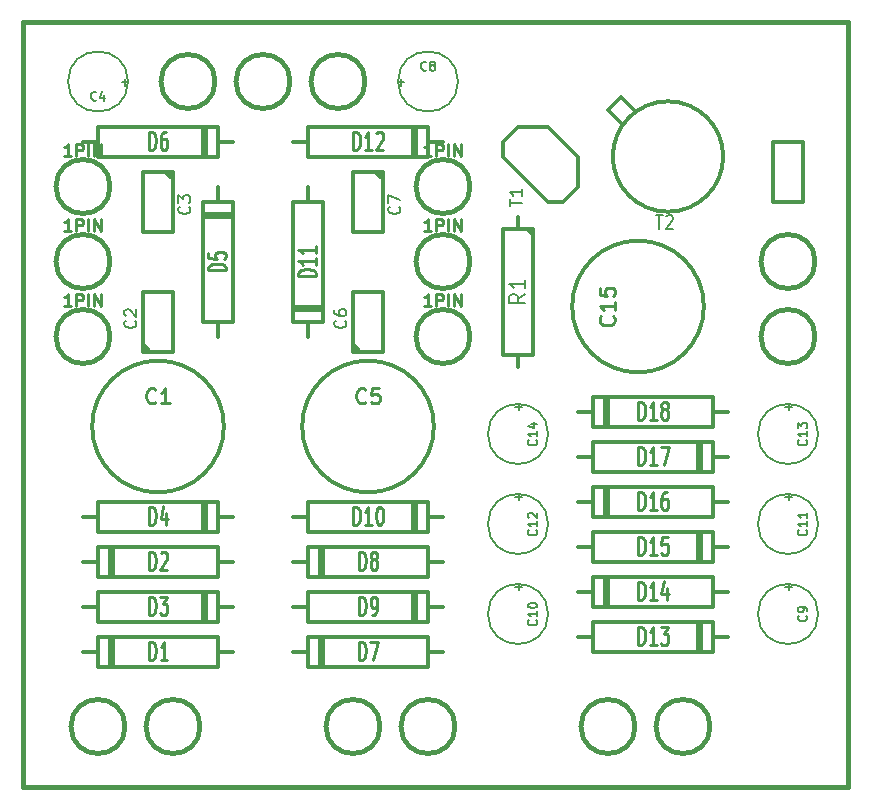
<source format=gbr>
G04 #@! TF.FileFunction,Legend,Top*
%FSLAX46Y46*%
G04 Gerber Fmt 4.6, Leading zero omitted, Abs format (unit mm)*
G04 Created by KiCad (PCBNEW 4.0.5+dfsg1-4+deb9u1) date Mon Sep 26 08:45:25 2022*
%MOMM*%
%LPD*%
G01*
G04 APERTURE LIST*
%ADD10C,0.100000*%
%ADD11C,0.381000*%
%ADD12C,0.304800*%
%ADD13C,0.127000*%
%ADD14C,0.254000*%
%ADD15C,0.203200*%
%ADD16C,0.190500*%
G04 APERTURE END LIST*
D10*
D11*
X182245000Y-68580000D02*
X112395000Y-68580000D01*
X182245000Y-92710000D02*
X182245000Y-68580000D01*
X182245000Y-133350000D02*
X182245000Y-92710000D01*
X112395000Y-133350000D02*
X182245000Y-133350000D01*
X112395000Y-68580000D02*
X112395000Y-133350000D01*
X179451000Y-95250000D02*
G75*
G03X179451000Y-95250000I-2286000J0D01*
G01*
X179451000Y-88900000D02*
G75*
G03X179451000Y-88900000I-2286000J0D01*
G01*
X128651000Y-73660000D02*
G75*
G03X128651000Y-73660000I-2286000J0D01*
G01*
X135001000Y-73660000D02*
G75*
G03X135001000Y-73660000I-2286000J0D01*
G01*
X141351000Y-73660000D02*
G75*
G03X141351000Y-73660000I-2286000J0D01*
G01*
X150241000Y-95250000D02*
G75*
G03X150241000Y-95250000I-2286000J0D01*
G01*
X150241000Y-88900000D02*
G75*
G03X150241000Y-88900000I-2286000J0D01*
G01*
X150241000Y-82550000D02*
G75*
G03X150241000Y-82550000I-2286000J0D01*
G01*
X150241000Y-82550000D02*
G75*
G03X150241000Y-82550000I-2286000J0D01*
G01*
X150241000Y-88900000D02*
G75*
G03X150241000Y-88900000I-2286000J0D01*
G01*
X150241000Y-95250000D02*
G75*
G03X150241000Y-95250000I-2286000J0D01*
G01*
X119761000Y-95250000D02*
G75*
G03X119761000Y-95250000I-2286000J0D01*
G01*
X119761000Y-88900000D02*
G75*
G03X119761000Y-88900000I-2286000J0D01*
G01*
X119761000Y-82550000D02*
G75*
G03X119761000Y-82550000I-2286000J0D01*
G01*
X119761000Y-82550000D02*
G75*
G03X119761000Y-82550000I-2286000J0D01*
G01*
X164211000Y-128270000D02*
G75*
G03X164211000Y-128270000I-2286000J0D01*
G01*
X170561000Y-128270000D02*
G75*
G03X170561000Y-128270000I-2286000J0D01*
G01*
X148971000Y-128270000D02*
G75*
G03X148971000Y-128270000I-2286000J0D01*
G01*
X142621000Y-128270000D02*
G75*
G03X142621000Y-128270000I-2286000J0D01*
G01*
X127381000Y-128270000D02*
G75*
G03X127381000Y-128270000I-2286000J0D01*
G01*
X121031000Y-128270000D02*
G75*
G03X121031000Y-128270000I-2286000J0D01*
G01*
X119761000Y-88900000D02*
G75*
G03X119761000Y-88900000I-2286000J0D01*
G01*
X119761000Y-95250000D02*
G75*
G03X119761000Y-95250000I-2286000J0D01*
G01*
D12*
X122555000Y-96469200D02*
X122555000Y-91440000D01*
X122555000Y-91440000D02*
X125095000Y-91440000D01*
X125095000Y-91440000D02*
X125095000Y-96520000D01*
X125095000Y-96520000D02*
X122555000Y-96520000D01*
X123190000Y-96520000D02*
X122555000Y-95885000D01*
X125095000Y-81330800D02*
X125095000Y-86360000D01*
X125095000Y-86360000D02*
X122555000Y-86360000D01*
X122555000Y-86360000D02*
X122555000Y-81280000D01*
X122555000Y-81280000D02*
X125095000Y-81280000D01*
X124460000Y-81280000D02*
X125095000Y-81915000D01*
X142875000Y-81330800D02*
X142875000Y-86360000D01*
X142875000Y-86360000D02*
X140335000Y-86360000D01*
X140335000Y-86360000D02*
X140335000Y-81280000D01*
X140335000Y-81280000D02*
X142875000Y-81280000D01*
X142240000Y-81280000D02*
X142875000Y-81915000D01*
X140335000Y-96469200D02*
X140335000Y-91440000D01*
X140335000Y-91440000D02*
X142875000Y-91440000D01*
X142875000Y-91440000D02*
X142875000Y-96520000D01*
X142875000Y-96520000D02*
X140335000Y-96520000D01*
X140970000Y-96520000D02*
X140335000Y-95885000D01*
D13*
X179708173Y-103505000D02*
G75*
G03X179708173Y-103505000I-2543173J0D01*
G01*
X121288173Y-73660000D02*
G75*
G03X121288173Y-73660000I-2543173J0D01*
G01*
X149228173Y-73660000D02*
G75*
G03X149228173Y-73660000I-2543173J0D01*
G01*
X179708173Y-118745000D02*
G75*
G03X179708173Y-118745000I-2543173J0D01*
G01*
X156848173Y-118745000D02*
G75*
G03X156848173Y-118745000I-2543173J0D01*
G01*
X179708173Y-111125000D02*
G75*
G03X179708173Y-111125000I-2543173J0D01*
G01*
X156848173Y-111125000D02*
G75*
G03X156848173Y-111125000I-2543173J0D01*
G01*
X156848173Y-103505000D02*
G75*
G03X156848173Y-103505000I-2543173J0D01*
G01*
D12*
X147181443Y-102870000D02*
G75*
G03X147181443Y-102870000I-5576443J0D01*
G01*
X129401443Y-102870000D02*
G75*
G03X129401443Y-102870000I-5576443J0D01*
G01*
X117475000Y-114300000D02*
X118745000Y-114300000D01*
X118745000Y-114300000D02*
X118745000Y-115570000D01*
X118745000Y-115570000D02*
X128905000Y-115570000D01*
X128905000Y-115570000D02*
X128905000Y-114300000D01*
X128905000Y-114300000D02*
X130175000Y-114300000D01*
X128905000Y-114300000D02*
X128905000Y-113030000D01*
X128905000Y-113030000D02*
X118745000Y-113030000D01*
X118745000Y-113030000D02*
X118745000Y-114300000D01*
X120015000Y-115570000D02*
X120015000Y-113030000D01*
X119761000Y-115570000D02*
X119761000Y-113030000D01*
X130175000Y-118110000D02*
X128905000Y-118110000D01*
X128905000Y-118110000D02*
X128905000Y-116840000D01*
X128905000Y-116840000D02*
X118745000Y-116840000D01*
X118745000Y-116840000D02*
X118745000Y-118110000D01*
X118745000Y-118110000D02*
X117475000Y-118110000D01*
X118745000Y-118110000D02*
X118745000Y-119380000D01*
X118745000Y-119380000D02*
X128905000Y-119380000D01*
X128905000Y-119380000D02*
X128905000Y-118110000D01*
X127635000Y-116840000D02*
X127635000Y-119380000D01*
X127889000Y-116840000D02*
X127889000Y-119380000D01*
X136525000Y-95250000D02*
X136525000Y-93980000D01*
X136525000Y-93980000D02*
X137795000Y-93980000D01*
X137795000Y-93980000D02*
X137795000Y-83820000D01*
X137795000Y-83820000D02*
X136525000Y-83820000D01*
X136525000Y-83820000D02*
X136525000Y-82550000D01*
X136525000Y-83820000D02*
X135255000Y-83820000D01*
X135255000Y-83820000D02*
X135255000Y-93980000D01*
X135255000Y-93980000D02*
X136525000Y-93980000D01*
X137795000Y-92710000D02*
X135255000Y-92710000D01*
X137795000Y-92964000D02*
X135255000Y-92964000D01*
X130175000Y-110490000D02*
X128905000Y-110490000D01*
X128905000Y-110490000D02*
X128905000Y-109220000D01*
X128905000Y-109220000D02*
X118745000Y-109220000D01*
X118745000Y-109220000D02*
X118745000Y-110490000D01*
X118745000Y-110490000D02*
X117475000Y-110490000D01*
X118745000Y-110490000D02*
X118745000Y-111760000D01*
X118745000Y-111760000D02*
X128905000Y-111760000D01*
X128905000Y-111760000D02*
X128905000Y-110490000D01*
X127635000Y-109220000D02*
X127635000Y-111760000D01*
X127889000Y-109220000D02*
X127889000Y-111760000D01*
X128905000Y-82550000D02*
X128905000Y-83820000D01*
X128905000Y-83820000D02*
X127635000Y-83820000D01*
X127635000Y-83820000D02*
X127635000Y-93980000D01*
X127635000Y-93980000D02*
X128905000Y-93980000D01*
X128905000Y-93980000D02*
X128905000Y-95250000D01*
X128905000Y-93980000D02*
X130175000Y-93980000D01*
X130175000Y-93980000D02*
X130175000Y-83820000D01*
X130175000Y-83820000D02*
X128905000Y-83820000D01*
X127635000Y-85090000D02*
X130175000Y-85090000D01*
X127635000Y-84836000D02*
X130175000Y-84836000D01*
X130175000Y-78740000D02*
X128905000Y-78740000D01*
X128905000Y-78740000D02*
X128905000Y-77470000D01*
X128905000Y-77470000D02*
X118745000Y-77470000D01*
X118745000Y-77470000D02*
X118745000Y-78740000D01*
X118745000Y-78740000D02*
X117475000Y-78740000D01*
X118745000Y-78740000D02*
X118745000Y-80010000D01*
X118745000Y-80010000D02*
X128905000Y-80010000D01*
X128905000Y-80010000D02*
X128905000Y-78740000D01*
X127635000Y-77470000D02*
X127635000Y-80010000D01*
X127889000Y-77470000D02*
X127889000Y-80010000D01*
X147955000Y-110490000D02*
X146685000Y-110490000D01*
X146685000Y-110490000D02*
X146685000Y-109220000D01*
X146685000Y-109220000D02*
X136525000Y-109220000D01*
X136525000Y-109220000D02*
X136525000Y-110490000D01*
X136525000Y-110490000D02*
X135255000Y-110490000D01*
X136525000Y-110490000D02*
X136525000Y-111760000D01*
X136525000Y-111760000D02*
X146685000Y-111760000D01*
X146685000Y-111760000D02*
X146685000Y-110490000D01*
X145415000Y-109220000D02*
X145415000Y-111760000D01*
X145669000Y-109220000D02*
X145669000Y-111760000D01*
X135255000Y-114300000D02*
X136525000Y-114300000D01*
X136525000Y-114300000D02*
X136525000Y-115570000D01*
X136525000Y-115570000D02*
X146685000Y-115570000D01*
X146685000Y-115570000D02*
X146685000Y-114300000D01*
X146685000Y-114300000D02*
X147955000Y-114300000D01*
X146685000Y-114300000D02*
X146685000Y-113030000D01*
X146685000Y-113030000D02*
X136525000Y-113030000D01*
X136525000Y-113030000D02*
X136525000Y-114300000D01*
X137795000Y-115570000D02*
X137795000Y-113030000D01*
X137541000Y-115570000D02*
X137541000Y-113030000D01*
X117475000Y-121920000D02*
X118745000Y-121920000D01*
X118745000Y-121920000D02*
X118745000Y-123190000D01*
X118745000Y-123190000D02*
X128905000Y-123190000D01*
X128905000Y-123190000D02*
X128905000Y-121920000D01*
X128905000Y-121920000D02*
X130175000Y-121920000D01*
X128905000Y-121920000D02*
X128905000Y-120650000D01*
X128905000Y-120650000D02*
X118745000Y-120650000D01*
X118745000Y-120650000D02*
X118745000Y-121920000D01*
X120015000Y-123190000D02*
X120015000Y-120650000D01*
X119761000Y-123190000D02*
X119761000Y-120650000D01*
X147955000Y-118110000D02*
X146685000Y-118110000D01*
X146685000Y-118110000D02*
X146685000Y-116840000D01*
X146685000Y-116840000D02*
X136525000Y-116840000D01*
X136525000Y-116840000D02*
X136525000Y-118110000D01*
X136525000Y-118110000D02*
X135255000Y-118110000D01*
X136525000Y-118110000D02*
X136525000Y-119380000D01*
X136525000Y-119380000D02*
X146685000Y-119380000D01*
X146685000Y-119380000D02*
X146685000Y-118110000D01*
X145415000Y-116840000D02*
X145415000Y-119380000D01*
X145669000Y-116840000D02*
X145669000Y-119380000D01*
X135255000Y-121920000D02*
X136525000Y-121920000D01*
X136525000Y-121920000D02*
X136525000Y-123190000D01*
X136525000Y-123190000D02*
X146685000Y-123190000D01*
X146685000Y-123190000D02*
X146685000Y-121920000D01*
X146685000Y-121920000D02*
X147955000Y-121920000D01*
X146685000Y-121920000D02*
X146685000Y-120650000D01*
X146685000Y-120650000D02*
X136525000Y-120650000D01*
X136525000Y-120650000D02*
X136525000Y-121920000D01*
X137795000Y-123190000D02*
X137795000Y-120650000D01*
X137541000Y-123190000D02*
X137541000Y-120650000D01*
X154305000Y-85090000D02*
X154305000Y-86106000D01*
X154305000Y-97790000D02*
X154305000Y-96774000D01*
X155575000Y-96774000D02*
X153035000Y-96774000D01*
X153035000Y-96774000D02*
X153035000Y-86106000D01*
X153035000Y-86106000D02*
X155575000Y-86106000D01*
X155575000Y-86106000D02*
X155575000Y-96774000D01*
X155067000Y-86106000D02*
X155575000Y-86614000D01*
X171678186Y-80010000D02*
G75*
G03X171678186Y-80010000I-4673186J0D01*
G01*
X163195000Y-77343000D02*
X161925000Y-76073000D01*
X164338000Y-76200000D02*
X163068000Y-74930000D01*
X163068000Y-74930000D02*
X161925000Y-76073000D01*
X153035000Y-80010000D02*
X156845000Y-83820000D01*
X156845000Y-83820000D02*
X158115000Y-83820000D01*
X158115000Y-83820000D02*
X159385000Y-82550000D01*
X159385000Y-82550000D02*
X159385000Y-80010000D01*
X159385000Y-80010000D02*
X156845000Y-77470000D01*
X156845000Y-77470000D02*
X154305000Y-77470000D01*
X154305000Y-77470000D02*
X153035000Y-78740000D01*
X153035000Y-78740000D02*
X153035000Y-80010000D01*
X172085000Y-105410000D02*
X170815000Y-105410000D01*
X170815000Y-105410000D02*
X170815000Y-104140000D01*
X170815000Y-104140000D02*
X160655000Y-104140000D01*
X160655000Y-104140000D02*
X160655000Y-105410000D01*
X160655000Y-105410000D02*
X159385000Y-105410000D01*
X160655000Y-105410000D02*
X160655000Y-106680000D01*
X160655000Y-106680000D02*
X170815000Y-106680000D01*
X170815000Y-106680000D02*
X170815000Y-105410000D01*
X169545000Y-104140000D02*
X169545000Y-106680000D01*
X169799000Y-104140000D02*
X169799000Y-106680000D01*
X159385000Y-109220000D02*
X160655000Y-109220000D01*
X160655000Y-109220000D02*
X160655000Y-110490000D01*
X160655000Y-110490000D02*
X170815000Y-110490000D01*
X170815000Y-110490000D02*
X170815000Y-109220000D01*
X170815000Y-109220000D02*
X172085000Y-109220000D01*
X170815000Y-109220000D02*
X170815000Y-107950000D01*
X170815000Y-107950000D02*
X160655000Y-107950000D01*
X160655000Y-107950000D02*
X160655000Y-109220000D01*
X161925000Y-110490000D02*
X161925000Y-107950000D01*
X161671000Y-110490000D02*
X161671000Y-107950000D01*
X172085000Y-113030000D02*
X170815000Y-113030000D01*
X170815000Y-113030000D02*
X170815000Y-111760000D01*
X170815000Y-111760000D02*
X160655000Y-111760000D01*
X160655000Y-111760000D02*
X160655000Y-113030000D01*
X160655000Y-113030000D02*
X159385000Y-113030000D01*
X160655000Y-113030000D02*
X160655000Y-114300000D01*
X160655000Y-114300000D02*
X170815000Y-114300000D01*
X170815000Y-114300000D02*
X170815000Y-113030000D01*
X169545000Y-111760000D02*
X169545000Y-114300000D01*
X169799000Y-111760000D02*
X169799000Y-114300000D01*
X159385000Y-116840000D02*
X160655000Y-116840000D01*
X160655000Y-116840000D02*
X160655000Y-118110000D01*
X160655000Y-118110000D02*
X170815000Y-118110000D01*
X170815000Y-118110000D02*
X170815000Y-116840000D01*
X170815000Y-116840000D02*
X172085000Y-116840000D01*
X170815000Y-116840000D02*
X170815000Y-115570000D01*
X170815000Y-115570000D02*
X160655000Y-115570000D01*
X160655000Y-115570000D02*
X160655000Y-116840000D01*
X161925000Y-118110000D02*
X161925000Y-115570000D01*
X161671000Y-118110000D02*
X161671000Y-115570000D01*
X172085000Y-120650000D02*
X170815000Y-120650000D01*
X170815000Y-120650000D02*
X170815000Y-119380000D01*
X170815000Y-119380000D02*
X160655000Y-119380000D01*
X160655000Y-119380000D02*
X160655000Y-120650000D01*
X160655000Y-120650000D02*
X159385000Y-120650000D01*
X160655000Y-120650000D02*
X160655000Y-121920000D01*
X160655000Y-121920000D02*
X170815000Y-121920000D01*
X170815000Y-121920000D02*
X170815000Y-120650000D01*
X169545000Y-119380000D02*
X169545000Y-121920000D01*
X169799000Y-119380000D02*
X169799000Y-121920000D01*
X147955000Y-78740000D02*
X146685000Y-78740000D01*
X146685000Y-78740000D02*
X146685000Y-77470000D01*
X146685000Y-77470000D02*
X136525000Y-77470000D01*
X136525000Y-77470000D02*
X136525000Y-78740000D01*
X136525000Y-78740000D02*
X135255000Y-78740000D01*
X136525000Y-78740000D02*
X136525000Y-80010000D01*
X136525000Y-80010000D02*
X146685000Y-80010000D01*
X146685000Y-80010000D02*
X146685000Y-78740000D01*
X145415000Y-77470000D02*
X145415000Y-80010000D01*
X145669000Y-77470000D02*
X145669000Y-80010000D01*
X159385000Y-101600000D02*
X160655000Y-101600000D01*
X160655000Y-101600000D02*
X160655000Y-102870000D01*
X160655000Y-102870000D02*
X170815000Y-102870000D01*
X170815000Y-102870000D02*
X170815000Y-101600000D01*
X170815000Y-101600000D02*
X172085000Y-101600000D01*
X170815000Y-101600000D02*
X170815000Y-100330000D01*
X170815000Y-100330000D02*
X160655000Y-100330000D01*
X160655000Y-100330000D02*
X160655000Y-101600000D01*
X161925000Y-102870000D02*
X161925000Y-100330000D01*
X161671000Y-102870000D02*
X161671000Y-100330000D01*
X170041443Y-92710000D02*
G75*
G03X170041443Y-92710000I-5576443J0D01*
G01*
X178435000Y-83820000D02*
X175895000Y-83820000D01*
X175895000Y-83820000D02*
X175895000Y-78740000D01*
X175895000Y-78740000D02*
X178435000Y-78740000D01*
X178435000Y-78740000D02*
X178435000Y-83820000D01*
D14*
X146963190Y-92661619D02*
X146382619Y-92661619D01*
X146672905Y-92661619D02*
X146672905Y-91645619D01*
X146576143Y-91790762D01*
X146479381Y-91887524D01*
X146382619Y-91935905D01*
X147398619Y-92661619D02*
X147398619Y-91645619D01*
X147785666Y-91645619D01*
X147882428Y-91694000D01*
X147930809Y-91742381D01*
X147979190Y-91839143D01*
X147979190Y-91984286D01*
X147930809Y-92081048D01*
X147882428Y-92129429D01*
X147785666Y-92177810D01*
X147398619Y-92177810D01*
X148414619Y-92661619D02*
X148414619Y-91645619D01*
X148898429Y-92661619D02*
X148898429Y-91645619D01*
X149479000Y-92661619D01*
X149479000Y-91645619D01*
X146963190Y-86311619D02*
X146382619Y-86311619D01*
X146672905Y-86311619D02*
X146672905Y-85295619D01*
X146576143Y-85440762D01*
X146479381Y-85537524D01*
X146382619Y-85585905D01*
X147398619Y-86311619D02*
X147398619Y-85295619D01*
X147785666Y-85295619D01*
X147882428Y-85344000D01*
X147930809Y-85392381D01*
X147979190Y-85489143D01*
X147979190Y-85634286D01*
X147930809Y-85731048D01*
X147882428Y-85779429D01*
X147785666Y-85827810D01*
X147398619Y-85827810D01*
X148414619Y-86311619D02*
X148414619Y-85295619D01*
X148898429Y-86311619D02*
X148898429Y-85295619D01*
X149479000Y-86311619D01*
X149479000Y-85295619D01*
X146963190Y-79961619D02*
X146382619Y-79961619D01*
X146672905Y-79961619D02*
X146672905Y-78945619D01*
X146576143Y-79090762D01*
X146479381Y-79187524D01*
X146382619Y-79235905D01*
X147398619Y-79961619D02*
X147398619Y-78945619D01*
X147785666Y-78945619D01*
X147882428Y-78994000D01*
X147930809Y-79042381D01*
X147979190Y-79139143D01*
X147979190Y-79284286D01*
X147930809Y-79381048D01*
X147882428Y-79429429D01*
X147785666Y-79477810D01*
X147398619Y-79477810D01*
X148414619Y-79961619D02*
X148414619Y-78945619D01*
X148898429Y-79961619D02*
X148898429Y-78945619D01*
X149479000Y-79961619D01*
X149479000Y-78945619D01*
X146963190Y-79961619D02*
X146382619Y-79961619D01*
X146672905Y-79961619D02*
X146672905Y-78945619D01*
X146576143Y-79090762D01*
X146479381Y-79187524D01*
X146382619Y-79235905D01*
X147398619Y-79961619D02*
X147398619Y-78945619D01*
X147785666Y-78945619D01*
X147882428Y-78994000D01*
X147930809Y-79042381D01*
X147979190Y-79139143D01*
X147979190Y-79284286D01*
X147930809Y-79381048D01*
X147882428Y-79429429D01*
X147785666Y-79477810D01*
X147398619Y-79477810D01*
X148414619Y-79961619D02*
X148414619Y-78945619D01*
X148898429Y-79961619D02*
X148898429Y-78945619D01*
X149479000Y-79961619D01*
X149479000Y-78945619D01*
X146963190Y-86311619D02*
X146382619Y-86311619D01*
X146672905Y-86311619D02*
X146672905Y-85295619D01*
X146576143Y-85440762D01*
X146479381Y-85537524D01*
X146382619Y-85585905D01*
X147398619Y-86311619D02*
X147398619Y-85295619D01*
X147785666Y-85295619D01*
X147882428Y-85344000D01*
X147930809Y-85392381D01*
X147979190Y-85489143D01*
X147979190Y-85634286D01*
X147930809Y-85731048D01*
X147882428Y-85779429D01*
X147785666Y-85827810D01*
X147398619Y-85827810D01*
X148414619Y-86311619D02*
X148414619Y-85295619D01*
X148898429Y-86311619D02*
X148898429Y-85295619D01*
X149479000Y-86311619D01*
X149479000Y-85295619D01*
X146963190Y-92661619D02*
X146382619Y-92661619D01*
X146672905Y-92661619D02*
X146672905Y-91645619D01*
X146576143Y-91790762D01*
X146479381Y-91887524D01*
X146382619Y-91935905D01*
X147398619Y-92661619D02*
X147398619Y-91645619D01*
X147785666Y-91645619D01*
X147882428Y-91694000D01*
X147930809Y-91742381D01*
X147979190Y-91839143D01*
X147979190Y-91984286D01*
X147930809Y-92081048D01*
X147882428Y-92129429D01*
X147785666Y-92177810D01*
X147398619Y-92177810D01*
X148414619Y-92661619D02*
X148414619Y-91645619D01*
X148898429Y-92661619D02*
X148898429Y-91645619D01*
X149479000Y-92661619D01*
X149479000Y-91645619D01*
X116483190Y-92661619D02*
X115902619Y-92661619D01*
X116192905Y-92661619D02*
X116192905Y-91645619D01*
X116096143Y-91790762D01*
X115999381Y-91887524D01*
X115902619Y-91935905D01*
X116918619Y-92661619D02*
X116918619Y-91645619D01*
X117305666Y-91645619D01*
X117402428Y-91694000D01*
X117450809Y-91742381D01*
X117499190Y-91839143D01*
X117499190Y-91984286D01*
X117450809Y-92081048D01*
X117402428Y-92129429D01*
X117305666Y-92177810D01*
X116918619Y-92177810D01*
X117934619Y-92661619D02*
X117934619Y-91645619D01*
X118418429Y-92661619D02*
X118418429Y-91645619D01*
X118999000Y-92661619D01*
X118999000Y-91645619D01*
X116483190Y-86311619D02*
X115902619Y-86311619D01*
X116192905Y-86311619D02*
X116192905Y-85295619D01*
X116096143Y-85440762D01*
X115999381Y-85537524D01*
X115902619Y-85585905D01*
X116918619Y-86311619D02*
X116918619Y-85295619D01*
X117305666Y-85295619D01*
X117402428Y-85344000D01*
X117450809Y-85392381D01*
X117499190Y-85489143D01*
X117499190Y-85634286D01*
X117450809Y-85731048D01*
X117402428Y-85779429D01*
X117305666Y-85827810D01*
X116918619Y-85827810D01*
X117934619Y-86311619D02*
X117934619Y-85295619D01*
X118418429Y-86311619D02*
X118418429Y-85295619D01*
X118999000Y-86311619D01*
X118999000Y-85295619D01*
X116483190Y-79961619D02*
X115902619Y-79961619D01*
X116192905Y-79961619D02*
X116192905Y-78945619D01*
X116096143Y-79090762D01*
X115999381Y-79187524D01*
X115902619Y-79235905D01*
X116918619Y-79961619D02*
X116918619Y-78945619D01*
X117305666Y-78945619D01*
X117402428Y-78994000D01*
X117450809Y-79042381D01*
X117499190Y-79139143D01*
X117499190Y-79284286D01*
X117450809Y-79381048D01*
X117402428Y-79429429D01*
X117305666Y-79477810D01*
X116918619Y-79477810D01*
X117934619Y-79961619D02*
X117934619Y-78945619D01*
X118418429Y-79961619D02*
X118418429Y-78945619D01*
X118999000Y-79961619D01*
X118999000Y-78945619D01*
X116483190Y-79961619D02*
X115902619Y-79961619D01*
X116192905Y-79961619D02*
X116192905Y-78945619D01*
X116096143Y-79090762D01*
X115999381Y-79187524D01*
X115902619Y-79235905D01*
X116918619Y-79961619D02*
X116918619Y-78945619D01*
X117305666Y-78945619D01*
X117402428Y-78994000D01*
X117450809Y-79042381D01*
X117499190Y-79139143D01*
X117499190Y-79284286D01*
X117450809Y-79381048D01*
X117402428Y-79429429D01*
X117305666Y-79477810D01*
X116918619Y-79477810D01*
X117934619Y-79961619D02*
X117934619Y-78945619D01*
X118418429Y-79961619D02*
X118418429Y-78945619D01*
X118999000Y-79961619D01*
X118999000Y-78945619D01*
X116483190Y-86311619D02*
X115902619Y-86311619D01*
X116192905Y-86311619D02*
X116192905Y-85295619D01*
X116096143Y-85440762D01*
X115999381Y-85537524D01*
X115902619Y-85585905D01*
X116918619Y-86311619D02*
X116918619Y-85295619D01*
X117305666Y-85295619D01*
X117402428Y-85344000D01*
X117450809Y-85392381D01*
X117499190Y-85489143D01*
X117499190Y-85634286D01*
X117450809Y-85731048D01*
X117402428Y-85779429D01*
X117305666Y-85827810D01*
X116918619Y-85827810D01*
X117934619Y-86311619D02*
X117934619Y-85295619D01*
X118418429Y-86311619D02*
X118418429Y-85295619D01*
X118999000Y-86311619D01*
X118999000Y-85295619D01*
X116483190Y-92661619D02*
X115902619Y-92661619D01*
X116192905Y-92661619D02*
X116192905Y-91645619D01*
X116096143Y-91790762D01*
X115999381Y-91887524D01*
X115902619Y-91935905D01*
X116918619Y-92661619D02*
X116918619Y-91645619D01*
X117305666Y-91645619D01*
X117402428Y-91694000D01*
X117450809Y-91742381D01*
X117499190Y-91839143D01*
X117499190Y-91984286D01*
X117450809Y-92081048D01*
X117402428Y-92129429D01*
X117305666Y-92177810D01*
X116918619Y-92177810D01*
X117934619Y-92661619D02*
X117934619Y-91645619D01*
X118418429Y-92661619D02*
X118418429Y-91645619D01*
X118999000Y-92661619D01*
X118999000Y-91645619D01*
D15*
X121901857Y-93895333D02*
X121950238Y-93943714D01*
X121998619Y-94088857D01*
X121998619Y-94185619D01*
X121950238Y-94330761D01*
X121853476Y-94427523D01*
X121756714Y-94475904D01*
X121563190Y-94524285D01*
X121418048Y-94524285D01*
X121224524Y-94475904D01*
X121127762Y-94427523D01*
X121031000Y-94330761D01*
X120982619Y-94185619D01*
X120982619Y-94088857D01*
X121031000Y-93943714D01*
X121079381Y-93895333D01*
X121079381Y-93508285D02*
X121031000Y-93459904D01*
X120982619Y-93363142D01*
X120982619Y-93121238D01*
X121031000Y-93024476D01*
X121079381Y-92976095D01*
X121176143Y-92927714D01*
X121272905Y-92927714D01*
X121418048Y-92976095D01*
X121998619Y-93556666D01*
X121998619Y-92927714D01*
X126473857Y-84243333D02*
X126522238Y-84291714D01*
X126570619Y-84436857D01*
X126570619Y-84533619D01*
X126522238Y-84678761D01*
X126425476Y-84775523D01*
X126328714Y-84823904D01*
X126135190Y-84872285D01*
X125990048Y-84872285D01*
X125796524Y-84823904D01*
X125699762Y-84775523D01*
X125603000Y-84678761D01*
X125554619Y-84533619D01*
X125554619Y-84436857D01*
X125603000Y-84291714D01*
X125651381Y-84243333D01*
X125554619Y-83904666D02*
X125554619Y-83275714D01*
X125941667Y-83614380D01*
X125941667Y-83469238D01*
X125990048Y-83372476D01*
X126038429Y-83324095D01*
X126135190Y-83275714D01*
X126377095Y-83275714D01*
X126473857Y-83324095D01*
X126522238Y-83372476D01*
X126570619Y-83469238D01*
X126570619Y-83759523D01*
X126522238Y-83856285D01*
X126473857Y-83904666D01*
X144253857Y-84243333D02*
X144302238Y-84291714D01*
X144350619Y-84436857D01*
X144350619Y-84533619D01*
X144302238Y-84678761D01*
X144205476Y-84775523D01*
X144108714Y-84823904D01*
X143915190Y-84872285D01*
X143770048Y-84872285D01*
X143576524Y-84823904D01*
X143479762Y-84775523D01*
X143383000Y-84678761D01*
X143334619Y-84533619D01*
X143334619Y-84436857D01*
X143383000Y-84291714D01*
X143431381Y-84243333D01*
X143334619Y-83904666D02*
X143334619Y-83227333D01*
X144350619Y-83662761D01*
X139681857Y-93895333D02*
X139730238Y-93943714D01*
X139778619Y-94088857D01*
X139778619Y-94185619D01*
X139730238Y-94330761D01*
X139633476Y-94427523D01*
X139536714Y-94475904D01*
X139343190Y-94524285D01*
X139198048Y-94524285D01*
X139004524Y-94475904D01*
X138907762Y-94427523D01*
X138811000Y-94330761D01*
X138762619Y-94185619D01*
X138762619Y-94088857D01*
X138811000Y-93943714D01*
X138859381Y-93895333D01*
X138762619Y-93024476D02*
X138762619Y-93217999D01*
X138811000Y-93314761D01*
X138859381Y-93363142D01*
X139004524Y-93459904D01*
X139198048Y-93508285D01*
X139585095Y-93508285D01*
X139681857Y-93459904D01*
X139730238Y-93411523D01*
X139778619Y-93314761D01*
X139778619Y-93121238D01*
X139730238Y-93024476D01*
X139681857Y-92976095D01*
X139585095Y-92927714D01*
X139343190Y-92927714D01*
X139246429Y-92976095D01*
X139198048Y-93024476D01*
X139149667Y-93121238D01*
X139149667Y-93314761D01*
X139198048Y-93411523D01*
X139246429Y-93459904D01*
X139343190Y-93508285D01*
D13*
X178704603Y-103994857D02*
X178740889Y-104031143D01*
X178777174Y-104140000D01*
X178777174Y-104212571D01*
X178740889Y-104321428D01*
X178668317Y-104394000D01*
X178595746Y-104430285D01*
X178450603Y-104466571D01*
X178341746Y-104466571D01*
X178196603Y-104430285D01*
X178124031Y-104394000D01*
X178051460Y-104321428D01*
X178015174Y-104212571D01*
X178015174Y-104140000D01*
X178051460Y-104031143D01*
X178087746Y-103994857D01*
X178777174Y-103269143D02*
X178777174Y-103704571D01*
X178777174Y-103486857D02*
X178015174Y-103486857D01*
X178124031Y-103559428D01*
X178196603Y-103632000D01*
X178232889Y-103704571D01*
X178015174Y-103015143D02*
X178015174Y-102543429D01*
X178305460Y-102797429D01*
X178305460Y-102688571D01*
X178341746Y-102616000D01*
X178378031Y-102579714D01*
X178450603Y-102543429D01*
X178632031Y-102543429D01*
X178704603Y-102579714D01*
X178740889Y-102616000D01*
X178777174Y-102688571D01*
X178777174Y-102906286D01*
X178740889Y-102978857D01*
X178704603Y-103015143D01*
D16*
X177219429Y-101509285D02*
X177219429Y-100928714D01*
X177509714Y-101219000D02*
X176929143Y-101219000D01*
D13*
X118618000Y-75199603D02*
X118581714Y-75235889D01*
X118472857Y-75272174D01*
X118400286Y-75272174D01*
X118291429Y-75235889D01*
X118218857Y-75163317D01*
X118182572Y-75090746D01*
X118146286Y-74945603D01*
X118146286Y-74836746D01*
X118182572Y-74691603D01*
X118218857Y-74619031D01*
X118291429Y-74546460D01*
X118400286Y-74510174D01*
X118472857Y-74510174D01*
X118581714Y-74546460D01*
X118618000Y-74582746D01*
X119271143Y-74764174D02*
X119271143Y-75272174D01*
X119089714Y-74473889D02*
X118908286Y-75018174D01*
X119380000Y-75018174D01*
D16*
X120740715Y-73714429D02*
X121321286Y-73714429D01*
X121031000Y-74004714D02*
X121031000Y-73424143D01*
D13*
X146558000Y-72664683D02*
X146521714Y-72700969D01*
X146412857Y-72737254D01*
X146340286Y-72737254D01*
X146231429Y-72700969D01*
X146158857Y-72628397D01*
X146122572Y-72555826D01*
X146086286Y-72410683D01*
X146086286Y-72301826D01*
X146122572Y-72156683D01*
X146158857Y-72084111D01*
X146231429Y-72011540D01*
X146340286Y-71975254D01*
X146412857Y-71975254D01*
X146521714Y-72011540D01*
X146558000Y-72047826D01*
X146993429Y-72301826D02*
X146920857Y-72265540D01*
X146884572Y-72229254D01*
X146848286Y-72156683D01*
X146848286Y-72120397D01*
X146884572Y-72047826D01*
X146920857Y-72011540D01*
X146993429Y-71975254D01*
X147138572Y-71975254D01*
X147211143Y-72011540D01*
X147247429Y-72047826D01*
X147283714Y-72120397D01*
X147283714Y-72156683D01*
X147247429Y-72229254D01*
X147211143Y-72265540D01*
X147138572Y-72301826D01*
X146993429Y-72301826D01*
X146920857Y-72338111D01*
X146884572Y-72374397D01*
X146848286Y-72446969D01*
X146848286Y-72592111D01*
X146884572Y-72664683D01*
X146920857Y-72700969D01*
X146993429Y-72737254D01*
X147138572Y-72737254D01*
X147211143Y-72700969D01*
X147247429Y-72664683D01*
X147283714Y-72592111D01*
X147283714Y-72446969D01*
X147247429Y-72374397D01*
X147211143Y-72338111D01*
X147138572Y-72301826D01*
D16*
X144108715Y-73714429D02*
X144689286Y-73714429D01*
X144399000Y-74004714D02*
X144399000Y-73424143D01*
D13*
X178704603Y-118872000D02*
X178740889Y-118908286D01*
X178777174Y-119017143D01*
X178777174Y-119089714D01*
X178740889Y-119198571D01*
X178668317Y-119271143D01*
X178595746Y-119307428D01*
X178450603Y-119343714D01*
X178341746Y-119343714D01*
X178196603Y-119307428D01*
X178124031Y-119271143D01*
X178051460Y-119198571D01*
X178015174Y-119089714D01*
X178015174Y-119017143D01*
X178051460Y-118908286D01*
X178087746Y-118872000D01*
X178777174Y-118509143D02*
X178777174Y-118364000D01*
X178740889Y-118291428D01*
X178704603Y-118255143D01*
X178595746Y-118182571D01*
X178450603Y-118146286D01*
X178160317Y-118146286D01*
X178087746Y-118182571D01*
X178051460Y-118218857D01*
X178015174Y-118291428D01*
X178015174Y-118436571D01*
X178051460Y-118509143D01*
X178087746Y-118545428D01*
X178160317Y-118581714D01*
X178341746Y-118581714D01*
X178414317Y-118545428D01*
X178450603Y-118509143D01*
X178486889Y-118436571D01*
X178486889Y-118291428D01*
X178450603Y-118218857D01*
X178414317Y-118182571D01*
X178341746Y-118146286D01*
D16*
X177219429Y-116749285D02*
X177219429Y-116168714D01*
X177509714Y-116459000D02*
X176929143Y-116459000D01*
D13*
X155844603Y-119234857D02*
X155880889Y-119271143D01*
X155917174Y-119380000D01*
X155917174Y-119452571D01*
X155880889Y-119561428D01*
X155808317Y-119634000D01*
X155735746Y-119670285D01*
X155590603Y-119706571D01*
X155481746Y-119706571D01*
X155336603Y-119670285D01*
X155264031Y-119634000D01*
X155191460Y-119561428D01*
X155155174Y-119452571D01*
X155155174Y-119380000D01*
X155191460Y-119271143D01*
X155227746Y-119234857D01*
X155917174Y-118509143D02*
X155917174Y-118944571D01*
X155917174Y-118726857D02*
X155155174Y-118726857D01*
X155264031Y-118799428D01*
X155336603Y-118872000D01*
X155372889Y-118944571D01*
X155155174Y-118037429D02*
X155155174Y-117964857D01*
X155191460Y-117892286D01*
X155227746Y-117856000D01*
X155300317Y-117819714D01*
X155445460Y-117783429D01*
X155626889Y-117783429D01*
X155772031Y-117819714D01*
X155844603Y-117856000D01*
X155880889Y-117892286D01*
X155917174Y-117964857D01*
X155917174Y-118037429D01*
X155880889Y-118110000D01*
X155844603Y-118146286D01*
X155772031Y-118182571D01*
X155626889Y-118218857D01*
X155445460Y-118218857D01*
X155300317Y-118182571D01*
X155227746Y-118146286D01*
X155191460Y-118110000D01*
X155155174Y-118037429D01*
D16*
X154359429Y-116749285D02*
X154359429Y-116168714D01*
X154649714Y-116459000D02*
X154069143Y-116459000D01*
D13*
X178704603Y-111614857D02*
X178740889Y-111651143D01*
X178777174Y-111760000D01*
X178777174Y-111832571D01*
X178740889Y-111941428D01*
X178668317Y-112014000D01*
X178595746Y-112050285D01*
X178450603Y-112086571D01*
X178341746Y-112086571D01*
X178196603Y-112050285D01*
X178124031Y-112014000D01*
X178051460Y-111941428D01*
X178015174Y-111832571D01*
X178015174Y-111760000D01*
X178051460Y-111651143D01*
X178087746Y-111614857D01*
X178777174Y-110889143D02*
X178777174Y-111324571D01*
X178777174Y-111106857D02*
X178015174Y-111106857D01*
X178124031Y-111179428D01*
X178196603Y-111252000D01*
X178232889Y-111324571D01*
X178777174Y-110163429D02*
X178777174Y-110598857D01*
X178777174Y-110381143D02*
X178015174Y-110381143D01*
X178124031Y-110453714D01*
X178196603Y-110526286D01*
X178232889Y-110598857D01*
D16*
X177219429Y-109129285D02*
X177219429Y-108548714D01*
X177509714Y-108839000D02*
X176929143Y-108839000D01*
D13*
X155844603Y-111614857D02*
X155880889Y-111651143D01*
X155917174Y-111760000D01*
X155917174Y-111832571D01*
X155880889Y-111941428D01*
X155808317Y-112014000D01*
X155735746Y-112050285D01*
X155590603Y-112086571D01*
X155481746Y-112086571D01*
X155336603Y-112050285D01*
X155264031Y-112014000D01*
X155191460Y-111941428D01*
X155155174Y-111832571D01*
X155155174Y-111760000D01*
X155191460Y-111651143D01*
X155227746Y-111614857D01*
X155917174Y-110889143D02*
X155917174Y-111324571D01*
X155917174Y-111106857D02*
X155155174Y-111106857D01*
X155264031Y-111179428D01*
X155336603Y-111252000D01*
X155372889Y-111324571D01*
X155227746Y-110598857D02*
X155191460Y-110562571D01*
X155155174Y-110490000D01*
X155155174Y-110308571D01*
X155191460Y-110236000D01*
X155227746Y-110199714D01*
X155300317Y-110163429D01*
X155372889Y-110163429D01*
X155481746Y-110199714D01*
X155917174Y-110635143D01*
X155917174Y-110163429D01*
D16*
X154359429Y-109129285D02*
X154359429Y-108548714D01*
X154649714Y-108839000D02*
X154069143Y-108839000D01*
D13*
X155844603Y-103994857D02*
X155880889Y-104031143D01*
X155917174Y-104140000D01*
X155917174Y-104212571D01*
X155880889Y-104321428D01*
X155808317Y-104394000D01*
X155735746Y-104430285D01*
X155590603Y-104466571D01*
X155481746Y-104466571D01*
X155336603Y-104430285D01*
X155264031Y-104394000D01*
X155191460Y-104321428D01*
X155155174Y-104212571D01*
X155155174Y-104140000D01*
X155191460Y-104031143D01*
X155227746Y-103994857D01*
X155917174Y-103269143D02*
X155917174Y-103704571D01*
X155917174Y-103486857D02*
X155155174Y-103486857D01*
X155264031Y-103559428D01*
X155336603Y-103632000D01*
X155372889Y-103704571D01*
X155409174Y-102616000D02*
X155917174Y-102616000D01*
X155118889Y-102797429D02*
X155663174Y-102978857D01*
X155663174Y-102507143D01*
D16*
X154359429Y-101509285D02*
X154359429Y-100928714D01*
X154649714Y-101219000D02*
X154069143Y-101219000D01*
D14*
X141393333Y-100783571D02*
X141332857Y-100844048D01*
X141151428Y-100904524D01*
X141030476Y-100904524D01*
X140849048Y-100844048D01*
X140728095Y-100723095D01*
X140667619Y-100602143D01*
X140607143Y-100360238D01*
X140607143Y-100178810D01*
X140667619Y-99936905D01*
X140728095Y-99815952D01*
X140849048Y-99695000D01*
X141030476Y-99634524D01*
X141151428Y-99634524D01*
X141332857Y-99695000D01*
X141393333Y-99755476D01*
X142542381Y-99634524D02*
X141937619Y-99634524D01*
X141877143Y-100239286D01*
X141937619Y-100178810D01*
X142058571Y-100118333D01*
X142360952Y-100118333D01*
X142481905Y-100178810D01*
X142542381Y-100239286D01*
X142602857Y-100360238D01*
X142602857Y-100662619D01*
X142542381Y-100783571D01*
X142481905Y-100844048D01*
X142360952Y-100904524D01*
X142058571Y-100904524D01*
X141937619Y-100844048D01*
X141877143Y-100783571D01*
X123613333Y-100783571D02*
X123552857Y-100844048D01*
X123371428Y-100904524D01*
X123250476Y-100904524D01*
X123069048Y-100844048D01*
X122948095Y-100723095D01*
X122887619Y-100602143D01*
X122827143Y-100360238D01*
X122827143Y-100178810D01*
X122887619Y-99936905D01*
X122948095Y-99815952D01*
X123069048Y-99695000D01*
X123250476Y-99634524D01*
X123371428Y-99634524D01*
X123552857Y-99695000D01*
X123613333Y-99755476D01*
X124822857Y-100904524D02*
X124097143Y-100904524D01*
X124460000Y-100904524D02*
X124460000Y-99634524D01*
X124339048Y-99815952D01*
X124218095Y-99936905D01*
X124097143Y-99997381D01*
X123075096Y-114989429D02*
X123075096Y-113465429D01*
X123317001Y-113465429D01*
X123462143Y-113538000D01*
X123558905Y-113683143D01*
X123607286Y-113828286D01*
X123655667Y-114118571D01*
X123655667Y-114336286D01*
X123607286Y-114626571D01*
X123558905Y-114771714D01*
X123462143Y-114916857D01*
X123317001Y-114989429D01*
X123075096Y-114989429D01*
X124042715Y-113610571D02*
X124091096Y-113538000D01*
X124187858Y-113465429D01*
X124429762Y-113465429D01*
X124526524Y-113538000D01*
X124574905Y-113610571D01*
X124623286Y-113755714D01*
X124623286Y-113900857D01*
X124574905Y-114118571D01*
X123994334Y-114989429D01*
X124623286Y-114989429D01*
X123075096Y-118799429D02*
X123075096Y-117275429D01*
X123317001Y-117275429D01*
X123462143Y-117348000D01*
X123558905Y-117493143D01*
X123607286Y-117638286D01*
X123655667Y-117928571D01*
X123655667Y-118146286D01*
X123607286Y-118436571D01*
X123558905Y-118581714D01*
X123462143Y-118726857D01*
X123317001Y-118799429D01*
X123075096Y-118799429D01*
X123994334Y-117275429D02*
X124623286Y-117275429D01*
X124284620Y-117856000D01*
X124429762Y-117856000D01*
X124526524Y-117928571D01*
X124574905Y-118001143D01*
X124623286Y-118146286D01*
X124623286Y-118509143D01*
X124574905Y-118654286D01*
X124526524Y-118726857D01*
X124429762Y-118799429D01*
X124139477Y-118799429D01*
X124042715Y-118726857D01*
X123994334Y-118654286D01*
X137214429Y-90133714D02*
X135690429Y-90133714D01*
X135690429Y-89891809D01*
X135763000Y-89746667D01*
X135908143Y-89649905D01*
X136053286Y-89601524D01*
X136343571Y-89553143D01*
X136561286Y-89553143D01*
X136851571Y-89601524D01*
X136996714Y-89649905D01*
X137141857Y-89746667D01*
X137214429Y-89891809D01*
X137214429Y-90133714D01*
X137214429Y-88585524D02*
X137214429Y-89166095D01*
X137214429Y-88875809D02*
X135690429Y-88875809D01*
X135908143Y-88972571D01*
X136053286Y-89069333D01*
X136125857Y-89166095D01*
X137214429Y-87617905D02*
X137214429Y-88198476D01*
X137214429Y-87908190D02*
X135690429Y-87908190D01*
X135908143Y-88004952D01*
X136053286Y-88101714D01*
X136125857Y-88198476D01*
X123075096Y-111179429D02*
X123075096Y-109655429D01*
X123317001Y-109655429D01*
X123462143Y-109728000D01*
X123558905Y-109873143D01*
X123607286Y-110018286D01*
X123655667Y-110308571D01*
X123655667Y-110526286D01*
X123607286Y-110816571D01*
X123558905Y-110961714D01*
X123462143Y-111106857D01*
X123317001Y-111179429D01*
X123075096Y-111179429D01*
X124526524Y-110163429D02*
X124526524Y-111179429D01*
X124284620Y-109582857D02*
X124042715Y-110671429D01*
X124671667Y-110671429D01*
X129594429Y-89649904D02*
X128070429Y-89649904D01*
X128070429Y-89407999D01*
X128143000Y-89262857D01*
X128288143Y-89166095D01*
X128433286Y-89117714D01*
X128723571Y-89069333D01*
X128941286Y-89069333D01*
X129231571Y-89117714D01*
X129376714Y-89166095D01*
X129521857Y-89262857D01*
X129594429Y-89407999D01*
X129594429Y-89649904D01*
X128070429Y-88150095D02*
X128070429Y-88633904D01*
X128796143Y-88682285D01*
X128723571Y-88633904D01*
X128651000Y-88537142D01*
X128651000Y-88295238D01*
X128723571Y-88198476D01*
X128796143Y-88150095D01*
X128941286Y-88101714D01*
X129304143Y-88101714D01*
X129449286Y-88150095D01*
X129521857Y-88198476D01*
X129594429Y-88295238D01*
X129594429Y-88537142D01*
X129521857Y-88633904D01*
X129449286Y-88682285D01*
X123075096Y-79429429D02*
X123075096Y-77905429D01*
X123317001Y-77905429D01*
X123462143Y-77978000D01*
X123558905Y-78123143D01*
X123607286Y-78268286D01*
X123655667Y-78558571D01*
X123655667Y-78776286D01*
X123607286Y-79066571D01*
X123558905Y-79211714D01*
X123462143Y-79356857D01*
X123317001Y-79429429D01*
X123075096Y-79429429D01*
X124526524Y-77905429D02*
X124333001Y-77905429D01*
X124236239Y-77978000D01*
X124187858Y-78050571D01*
X124091096Y-78268286D01*
X124042715Y-78558571D01*
X124042715Y-79139143D01*
X124091096Y-79284286D01*
X124139477Y-79356857D01*
X124236239Y-79429429D01*
X124429762Y-79429429D01*
X124526524Y-79356857D01*
X124574905Y-79284286D01*
X124623286Y-79139143D01*
X124623286Y-78776286D01*
X124574905Y-78631143D01*
X124526524Y-78558571D01*
X124429762Y-78486000D01*
X124236239Y-78486000D01*
X124139477Y-78558571D01*
X124091096Y-78631143D01*
X124042715Y-78776286D01*
X140371286Y-111179429D02*
X140371286Y-109655429D01*
X140613191Y-109655429D01*
X140758333Y-109728000D01*
X140855095Y-109873143D01*
X140903476Y-110018286D01*
X140951857Y-110308571D01*
X140951857Y-110526286D01*
X140903476Y-110816571D01*
X140855095Y-110961714D01*
X140758333Y-111106857D01*
X140613191Y-111179429D01*
X140371286Y-111179429D01*
X141919476Y-111179429D02*
X141338905Y-111179429D01*
X141629191Y-111179429D02*
X141629191Y-109655429D01*
X141532429Y-109873143D01*
X141435667Y-110018286D01*
X141338905Y-110090857D01*
X142548429Y-109655429D02*
X142645190Y-109655429D01*
X142741952Y-109728000D01*
X142790333Y-109800571D01*
X142838714Y-109945714D01*
X142887095Y-110236000D01*
X142887095Y-110598857D01*
X142838714Y-110889143D01*
X142790333Y-111034286D01*
X142741952Y-111106857D01*
X142645190Y-111179429D01*
X142548429Y-111179429D01*
X142451667Y-111106857D01*
X142403286Y-111034286D01*
X142354905Y-110889143D01*
X142306524Y-110598857D01*
X142306524Y-110236000D01*
X142354905Y-109945714D01*
X142403286Y-109800571D01*
X142451667Y-109728000D01*
X142548429Y-109655429D01*
X140855096Y-114989429D02*
X140855096Y-113465429D01*
X141097001Y-113465429D01*
X141242143Y-113538000D01*
X141338905Y-113683143D01*
X141387286Y-113828286D01*
X141435667Y-114118571D01*
X141435667Y-114336286D01*
X141387286Y-114626571D01*
X141338905Y-114771714D01*
X141242143Y-114916857D01*
X141097001Y-114989429D01*
X140855096Y-114989429D01*
X142016239Y-114118571D02*
X141919477Y-114046000D01*
X141871096Y-113973429D01*
X141822715Y-113828286D01*
X141822715Y-113755714D01*
X141871096Y-113610571D01*
X141919477Y-113538000D01*
X142016239Y-113465429D01*
X142209762Y-113465429D01*
X142306524Y-113538000D01*
X142354905Y-113610571D01*
X142403286Y-113755714D01*
X142403286Y-113828286D01*
X142354905Y-113973429D01*
X142306524Y-114046000D01*
X142209762Y-114118571D01*
X142016239Y-114118571D01*
X141919477Y-114191143D01*
X141871096Y-114263714D01*
X141822715Y-114408857D01*
X141822715Y-114699143D01*
X141871096Y-114844286D01*
X141919477Y-114916857D01*
X142016239Y-114989429D01*
X142209762Y-114989429D01*
X142306524Y-114916857D01*
X142354905Y-114844286D01*
X142403286Y-114699143D01*
X142403286Y-114408857D01*
X142354905Y-114263714D01*
X142306524Y-114191143D01*
X142209762Y-114118571D01*
X123075096Y-122609429D02*
X123075096Y-121085429D01*
X123317001Y-121085429D01*
X123462143Y-121158000D01*
X123558905Y-121303143D01*
X123607286Y-121448286D01*
X123655667Y-121738571D01*
X123655667Y-121956286D01*
X123607286Y-122246571D01*
X123558905Y-122391714D01*
X123462143Y-122536857D01*
X123317001Y-122609429D01*
X123075096Y-122609429D01*
X124623286Y-122609429D02*
X124042715Y-122609429D01*
X124333001Y-122609429D02*
X124333001Y-121085429D01*
X124236239Y-121303143D01*
X124139477Y-121448286D01*
X124042715Y-121520857D01*
X140855096Y-118799429D02*
X140855096Y-117275429D01*
X141097001Y-117275429D01*
X141242143Y-117348000D01*
X141338905Y-117493143D01*
X141387286Y-117638286D01*
X141435667Y-117928571D01*
X141435667Y-118146286D01*
X141387286Y-118436571D01*
X141338905Y-118581714D01*
X141242143Y-118726857D01*
X141097001Y-118799429D01*
X140855096Y-118799429D01*
X141919477Y-118799429D02*
X142113001Y-118799429D01*
X142209762Y-118726857D01*
X142258143Y-118654286D01*
X142354905Y-118436571D01*
X142403286Y-118146286D01*
X142403286Y-117565714D01*
X142354905Y-117420571D01*
X142306524Y-117348000D01*
X142209762Y-117275429D01*
X142016239Y-117275429D01*
X141919477Y-117348000D01*
X141871096Y-117420571D01*
X141822715Y-117565714D01*
X141822715Y-117928571D01*
X141871096Y-118073714D01*
X141919477Y-118146286D01*
X142016239Y-118218857D01*
X142209762Y-118218857D01*
X142306524Y-118146286D01*
X142354905Y-118073714D01*
X142403286Y-117928571D01*
X140855096Y-122609429D02*
X140855096Y-121085429D01*
X141097001Y-121085429D01*
X141242143Y-121158000D01*
X141338905Y-121303143D01*
X141387286Y-121448286D01*
X141435667Y-121738571D01*
X141435667Y-121956286D01*
X141387286Y-122246571D01*
X141338905Y-122391714D01*
X141242143Y-122536857D01*
X141097001Y-122609429D01*
X140855096Y-122609429D01*
X141774334Y-121085429D02*
X142451667Y-121085429D01*
X142016239Y-122609429D01*
D15*
X154936976Y-91651667D02*
X154271738Y-92075000D01*
X154936976Y-92377381D02*
X153539976Y-92377381D01*
X153539976Y-91893572D01*
X153606500Y-91772619D01*
X153673024Y-91712143D01*
X153806071Y-91651667D01*
X154005643Y-91651667D01*
X154138690Y-91712143D01*
X154205214Y-91772619D01*
X154271738Y-91893572D01*
X154271738Y-92377381D01*
X154936976Y-90442143D02*
X154936976Y-91167857D01*
X154936976Y-90805000D02*
X153539976Y-90805000D01*
X153739548Y-90925952D01*
X153872595Y-91046905D01*
X153939119Y-91167857D01*
X165976905Y-84972071D02*
X166557476Y-84972071D01*
X166267191Y-86115071D02*
X166267191Y-84972071D01*
X166847762Y-85080929D02*
X166896143Y-85026500D01*
X166992905Y-84972071D01*
X167234809Y-84972071D01*
X167331571Y-85026500D01*
X167379952Y-85080929D01*
X167428333Y-85189786D01*
X167428333Y-85298643D01*
X167379952Y-85461929D01*
X166799381Y-86115071D01*
X167428333Y-86115071D01*
X153621619Y-84213095D02*
X153621619Y-83632524D01*
X154637619Y-83922809D02*
X153621619Y-83922809D01*
X154637619Y-82761667D02*
X154637619Y-83342238D01*
X154637619Y-83051952D02*
X153621619Y-83051952D01*
X153766762Y-83148714D01*
X153863524Y-83245476D01*
X153911905Y-83342238D01*
D14*
X164501286Y-106099429D02*
X164501286Y-104575429D01*
X164743191Y-104575429D01*
X164888333Y-104648000D01*
X164985095Y-104793143D01*
X165033476Y-104938286D01*
X165081857Y-105228571D01*
X165081857Y-105446286D01*
X165033476Y-105736571D01*
X164985095Y-105881714D01*
X164888333Y-106026857D01*
X164743191Y-106099429D01*
X164501286Y-106099429D01*
X166049476Y-106099429D02*
X165468905Y-106099429D01*
X165759191Y-106099429D02*
X165759191Y-104575429D01*
X165662429Y-104793143D01*
X165565667Y-104938286D01*
X165468905Y-105010857D01*
X166388143Y-104575429D02*
X167065476Y-104575429D01*
X166630048Y-106099429D01*
X164501286Y-109909429D02*
X164501286Y-108385429D01*
X164743191Y-108385429D01*
X164888333Y-108458000D01*
X164985095Y-108603143D01*
X165033476Y-108748286D01*
X165081857Y-109038571D01*
X165081857Y-109256286D01*
X165033476Y-109546571D01*
X164985095Y-109691714D01*
X164888333Y-109836857D01*
X164743191Y-109909429D01*
X164501286Y-109909429D01*
X166049476Y-109909429D02*
X165468905Y-109909429D01*
X165759191Y-109909429D02*
X165759191Y-108385429D01*
X165662429Y-108603143D01*
X165565667Y-108748286D01*
X165468905Y-108820857D01*
X166920333Y-108385429D02*
X166726810Y-108385429D01*
X166630048Y-108458000D01*
X166581667Y-108530571D01*
X166484905Y-108748286D01*
X166436524Y-109038571D01*
X166436524Y-109619143D01*
X166484905Y-109764286D01*
X166533286Y-109836857D01*
X166630048Y-109909429D01*
X166823571Y-109909429D01*
X166920333Y-109836857D01*
X166968714Y-109764286D01*
X167017095Y-109619143D01*
X167017095Y-109256286D01*
X166968714Y-109111143D01*
X166920333Y-109038571D01*
X166823571Y-108966000D01*
X166630048Y-108966000D01*
X166533286Y-109038571D01*
X166484905Y-109111143D01*
X166436524Y-109256286D01*
X164501286Y-113719429D02*
X164501286Y-112195429D01*
X164743191Y-112195429D01*
X164888333Y-112268000D01*
X164985095Y-112413143D01*
X165033476Y-112558286D01*
X165081857Y-112848571D01*
X165081857Y-113066286D01*
X165033476Y-113356571D01*
X164985095Y-113501714D01*
X164888333Y-113646857D01*
X164743191Y-113719429D01*
X164501286Y-113719429D01*
X166049476Y-113719429D02*
X165468905Y-113719429D01*
X165759191Y-113719429D02*
X165759191Y-112195429D01*
X165662429Y-112413143D01*
X165565667Y-112558286D01*
X165468905Y-112630857D01*
X166968714Y-112195429D02*
X166484905Y-112195429D01*
X166436524Y-112921143D01*
X166484905Y-112848571D01*
X166581667Y-112776000D01*
X166823571Y-112776000D01*
X166920333Y-112848571D01*
X166968714Y-112921143D01*
X167017095Y-113066286D01*
X167017095Y-113429143D01*
X166968714Y-113574286D01*
X166920333Y-113646857D01*
X166823571Y-113719429D01*
X166581667Y-113719429D01*
X166484905Y-113646857D01*
X166436524Y-113574286D01*
X164501286Y-117529429D02*
X164501286Y-116005429D01*
X164743191Y-116005429D01*
X164888333Y-116078000D01*
X164985095Y-116223143D01*
X165033476Y-116368286D01*
X165081857Y-116658571D01*
X165081857Y-116876286D01*
X165033476Y-117166571D01*
X164985095Y-117311714D01*
X164888333Y-117456857D01*
X164743191Y-117529429D01*
X164501286Y-117529429D01*
X166049476Y-117529429D02*
X165468905Y-117529429D01*
X165759191Y-117529429D02*
X165759191Y-116005429D01*
X165662429Y-116223143D01*
X165565667Y-116368286D01*
X165468905Y-116440857D01*
X166920333Y-116513429D02*
X166920333Y-117529429D01*
X166678429Y-115932857D02*
X166436524Y-117021429D01*
X167065476Y-117021429D01*
X164501286Y-121339429D02*
X164501286Y-119815429D01*
X164743191Y-119815429D01*
X164888333Y-119888000D01*
X164985095Y-120033143D01*
X165033476Y-120178286D01*
X165081857Y-120468571D01*
X165081857Y-120686286D01*
X165033476Y-120976571D01*
X164985095Y-121121714D01*
X164888333Y-121266857D01*
X164743191Y-121339429D01*
X164501286Y-121339429D01*
X166049476Y-121339429D02*
X165468905Y-121339429D01*
X165759191Y-121339429D02*
X165759191Y-119815429D01*
X165662429Y-120033143D01*
X165565667Y-120178286D01*
X165468905Y-120250857D01*
X166388143Y-119815429D02*
X167017095Y-119815429D01*
X166678429Y-120396000D01*
X166823571Y-120396000D01*
X166920333Y-120468571D01*
X166968714Y-120541143D01*
X167017095Y-120686286D01*
X167017095Y-121049143D01*
X166968714Y-121194286D01*
X166920333Y-121266857D01*
X166823571Y-121339429D01*
X166533286Y-121339429D01*
X166436524Y-121266857D01*
X166388143Y-121194286D01*
X140371286Y-79429429D02*
X140371286Y-77905429D01*
X140613191Y-77905429D01*
X140758333Y-77978000D01*
X140855095Y-78123143D01*
X140903476Y-78268286D01*
X140951857Y-78558571D01*
X140951857Y-78776286D01*
X140903476Y-79066571D01*
X140855095Y-79211714D01*
X140758333Y-79356857D01*
X140613191Y-79429429D01*
X140371286Y-79429429D01*
X141919476Y-79429429D02*
X141338905Y-79429429D01*
X141629191Y-79429429D02*
X141629191Y-77905429D01*
X141532429Y-78123143D01*
X141435667Y-78268286D01*
X141338905Y-78340857D01*
X142306524Y-78050571D02*
X142354905Y-77978000D01*
X142451667Y-77905429D01*
X142693571Y-77905429D01*
X142790333Y-77978000D01*
X142838714Y-78050571D01*
X142887095Y-78195714D01*
X142887095Y-78340857D01*
X142838714Y-78558571D01*
X142258143Y-79429429D01*
X142887095Y-79429429D01*
X164501286Y-102289429D02*
X164501286Y-100765429D01*
X164743191Y-100765429D01*
X164888333Y-100838000D01*
X164985095Y-100983143D01*
X165033476Y-101128286D01*
X165081857Y-101418571D01*
X165081857Y-101636286D01*
X165033476Y-101926571D01*
X164985095Y-102071714D01*
X164888333Y-102216857D01*
X164743191Y-102289429D01*
X164501286Y-102289429D01*
X166049476Y-102289429D02*
X165468905Y-102289429D01*
X165759191Y-102289429D02*
X165759191Y-100765429D01*
X165662429Y-100983143D01*
X165565667Y-101128286D01*
X165468905Y-101200857D01*
X166630048Y-101418571D02*
X166533286Y-101346000D01*
X166484905Y-101273429D01*
X166436524Y-101128286D01*
X166436524Y-101055714D01*
X166484905Y-100910571D01*
X166533286Y-100838000D01*
X166630048Y-100765429D01*
X166823571Y-100765429D01*
X166920333Y-100838000D01*
X166968714Y-100910571D01*
X167017095Y-101055714D01*
X167017095Y-101128286D01*
X166968714Y-101273429D01*
X166920333Y-101346000D01*
X166823571Y-101418571D01*
X166630048Y-101418571D01*
X166533286Y-101491143D01*
X166484905Y-101563714D01*
X166436524Y-101708857D01*
X166436524Y-101999143D01*
X166484905Y-102144286D01*
X166533286Y-102216857D01*
X166630048Y-102289429D01*
X166823571Y-102289429D01*
X166920333Y-102216857D01*
X166968714Y-102144286D01*
X167017095Y-101999143D01*
X167017095Y-101708857D01*
X166968714Y-101563714D01*
X166920333Y-101491143D01*
X166823571Y-101418571D01*
X162378571Y-93526429D02*
X162439048Y-93586905D01*
X162499524Y-93768334D01*
X162499524Y-93889286D01*
X162439048Y-94070714D01*
X162318095Y-94191667D01*
X162197143Y-94252143D01*
X161955238Y-94312619D01*
X161773810Y-94312619D01*
X161531905Y-94252143D01*
X161410952Y-94191667D01*
X161290000Y-94070714D01*
X161229524Y-93889286D01*
X161229524Y-93768334D01*
X161290000Y-93586905D01*
X161350476Y-93526429D01*
X162499524Y-92316905D02*
X162499524Y-93042619D01*
X162499524Y-92679762D02*
X161229524Y-92679762D01*
X161410952Y-92800714D01*
X161531905Y-92921667D01*
X161592381Y-93042619D01*
X161229524Y-91167857D02*
X161229524Y-91772619D01*
X161834286Y-91833095D01*
X161773810Y-91772619D01*
X161713333Y-91651667D01*
X161713333Y-91349286D01*
X161773810Y-91228333D01*
X161834286Y-91167857D01*
X161955238Y-91107381D01*
X162257619Y-91107381D01*
X162378571Y-91167857D01*
X162439048Y-91228333D01*
X162499524Y-91349286D01*
X162499524Y-91651667D01*
X162439048Y-91772619D01*
X162378571Y-91833095D01*
M02*

</source>
